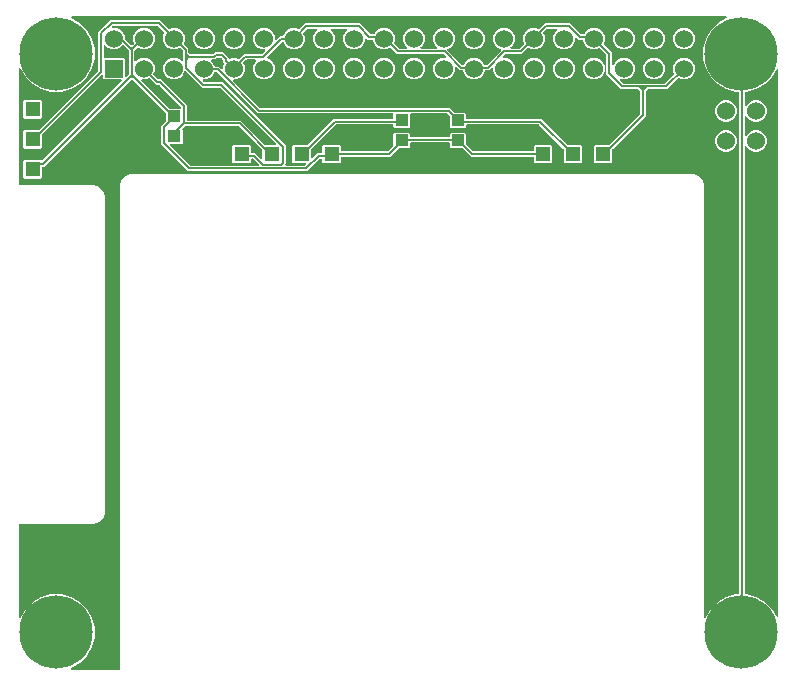
<source format=gbr>
G04 EAGLE Gerber RS-274X export*
G75*
%MOMM*%
%FSLAX34Y34*%
%LPD*%
%INTop Copper*%
%IPPOS*%
%AMOC8*
5,1,8,0,0,1.08239X$1,22.5*%
G01*
G04 Define Apertures*
%ADD10R,1.100000X1.000000*%
%ADD11R,1.270000X1.270000*%
%ADD12C,6.200000*%
%ADD13R,1.524000X1.524000*%
%ADD14C,1.524000*%
%ADD15C,0.152400*%
%ADD16C,0.756400*%
G36*
X96113Y10982D02*
X95816Y10922D01*
X55697Y10922D01*
X55535Y10939D01*
X55258Y11061D01*
X55050Y11282D01*
X54944Y11567D01*
X54958Y11869D01*
X55089Y12143D01*
X55316Y12344D01*
X62470Y16474D01*
X68526Y22530D01*
X72808Y29946D01*
X75024Y38218D01*
X75024Y46782D01*
X72808Y55054D01*
X68526Y62470D01*
X62470Y68526D01*
X55054Y72808D01*
X46782Y75024D01*
X38218Y75024D01*
X29946Y72808D01*
X22530Y68526D01*
X16474Y62470D01*
X12344Y55316D01*
X12248Y55185D01*
X12003Y55005D01*
X11708Y54936D01*
X11409Y54986D01*
X11154Y55150D01*
X10982Y55400D01*
X10922Y55697D01*
X10922Y133316D01*
X10973Y133591D01*
X11137Y133846D01*
X11387Y134018D01*
X11684Y134078D01*
X74673Y134078D01*
X78687Y135741D01*
X81759Y138813D01*
X83422Y142827D01*
X83422Y412173D01*
X81759Y416187D01*
X78687Y419259D01*
X74673Y420922D01*
X11684Y420922D01*
X11409Y420973D01*
X11154Y421137D01*
X10982Y421387D01*
X10922Y421684D01*
X10922Y519303D01*
X10939Y519465D01*
X11061Y519742D01*
X11282Y519950D01*
X11567Y520056D01*
X11869Y520042D01*
X12143Y519911D01*
X12344Y519684D01*
X16474Y512530D01*
X22530Y506474D01*
X29946Y502192D01*
X38218Y499976D01*
X46782Y499976D01*
X55054Y502192D01*
X62470Y506474D01*
X68526Y512530D01*
X72808Y519946D01*
X75024Y528218D01*
X75024Y536782D01*
X72808Y545054D01*
X68526Y552470D01*
X62470Y558526D01*
X55316Y562656D01*
X55185Y562752D01*
X55005Y562997D01*
X54936Y563292D01*
X54986Y563591D01*
X55150Y563846D01*
X55400Y564018D01*
X55697Y564078D01*
X609303Y564078D01*
X609465Y564061D01*
X609742Y563939D01*
X609950Y563718D01*
X610056Y563434D01*
X610042Y563131D01*
X609911Y562857D01*
X609684Y562656D01*
X602530Y558526D01*
X596474Y552470D01*
X592192Y545054D01*
X589976Y536782D01*
X589976Y528218D01*
X592192Y519946D01*
X596474Y512530D01*
X602530Y506474D01*
X609946Y502192D01*
X618218Y499976D01*
X619952Y499976D01*
X620227Y499925D01*
X620482Y499761D01*
X620654Y499511D01*
X620714Y499214D01*
X620714Y75786D01*
X620663Y75511D01*
X620499Y75256D01*
X620249Y75084D01*
X619952Y75024D01*
X618218Y75024D01*
X609946Y72808D01*
X602530Y68526D01*
X596474Y62470D01*
X592344Y55316D01*
X592248Y55185D01*
X592003Y55005D01*
X591708Y54936D01*
X591409Y54986D01*
X591154Y55150D01*
X590982Y55400D01*
X590922Y55697D01*
X590922Y422173D01*
X589259Y426187D01*
X586187Y429259D01*
X582173Y430922D01*
X105327Y430922D01*
X101313Y429259D01*
X98241Y426187D01*
X96578Y422173D01*
X96578Y11684D01*
X96527Y11409D01*
X96363Y11154D01*
X96113Y10982D01*
G37*
%LPC*%
G36*
X15519Y426726D02*
X29481Y426726D01*
X30374Y427619D01*
X30374Y436058D01*
X30425Y436333D01*
X30589Y436588D01*
X30839Y436760D01*
X31136Y436820D01*
X31841Y436820D01*
X105482Y510461D01*
X105723Y510624D01*
X106021Y510684D01*
X106707Y510684D01*
X106993Y510628D01*
X107246Y510461D01*
X135253Y482454D01*
X135416Y482213D01*
X135476Y481915D01*
X135476Y475609D01*
X135420Y475323D01*
X135253Y475070D01*
X131510Y471327D01*
X131510Y455717D01*
X154185Y433042D01*
X255139Y433042D01*
X265584Y443487D01*
X265825Y443650D01*
X266123Y443710D01*
X266964Y443710D01*
X267239Y443659D01*
X267494Y443495D01*
X267666Y443245D01*
X267726Y442948D01*
X267726Y440519D01*
X268619Y439626D01*
X282581Y439626D01*
X283474Y440519D01*
X283474Y444472D01*
X283525Y444747D01*
X283689Y445002D01*
X283939Y445174D01*
X284236Y445234D01*
X325243Y445234D01*
X332262Y452253D01*
X332503Y452416D01*
X332801Y452476D01*
X341131Y452476D01*
X342024Y453369D01*
X342024Y456664D01*
X342075Y456939D01*
X342239Y457194D01*
X342489Y457366D01*
X342786Y457426D01*
X374714Y457426D01*
X374989Y457375D01*
X375244Y457211D01*
X375416Y456961D01*
X375476Y456664D01*
X375476Y453369D01*
X376369Y452476D01*
X385895Y452476D01*
X386181Y452420D01*
X386434Y452253D01*
X393453Y445234D01*
X445964Y445234D01*
X446239Y445183D01*
X446494Y445019D01*
X446666Y444769D01*
X446726Y444472D01*
X446726Y440519D01*
X447619Y439626D01*
X461581Y439626D01*
X462474Y440519D01*
X462474Y454481D01*
X461581Y455374D01*
X447619Y455374D01*
X446726Y454481D01*
X446726Y450568D01*
X446675Y450293D01*
X446511Y450038D01*
X446261Y449866D01*
X445964Y449806D01*
X395663Y449806D01*
X395377Y449862D01*
X395124Y450029D01*
X389747Y455406D01*
X389584Y455647D01*
X389524Y455945D01*
X389524Y464631D01*
X388631Y465524D01*
X376369Y465524D01*
X375476Y464631D01*
X375476Y462760D01*
X375425Y462485D01*
X375261Y462230D01*
X375011Y462058D01*
X374714Y461998D01*
X342786Y461998D01*
X342511Y462049D01*
X342256Y462213D01*
X342084Y462463D01*
X342024Y462760D01*
X342024Y464631D01*
X341131Y465524D01*
X328869Y465524D01*
X327976Y464631D01*
X327976Y454749D01*
X327920Y454463D01*
X327753Y454210D01*
X323572Y450029D01*
X323331Y449866D01*
X323033Y449806D01*
X284236Y449806D01*
X283961Y449857D01*
X283706Y450021D01*
X283534Y450271D01*
X283474Y450568D01*
X283474Y454481D01*
X282581Y455374D01*
X268619Y455374D01*
X267726Y454481D01*
X267726Y449044D01*
X267675Y448769D01*
X267511Y448514D01*
X267261Y448342D01*
X266964Y448282D01*
X263913Y448282D01*
X259375Y443744D01*
X259155Y443591D01*
X258860Y443521D01*
X258561Y443572D01*
X258306Y443735D01*
X258134Y443985D01*
X258074Y444283D01*
X258074Y450901D01*
X258130Y451187D01*
X258297Y451440D01*
X279300Y472443D01*
X279541Y472606D01*
X279839Y472666D01*
X327214Y472666D01*
X327489Y472615D01*
X327744Y472451D01*
X327916Y472201D01*
X327976Y471904D01*
X327976Y470369D01*
X328869Y469476D01*
X341131Y469476D01*
X342024Y470369D01*
X342024Y481048D01*
X342075Y481323D01*
X342239Y481578D01*
X342489Y481750D01*
X342786Y481810D01*
X373325Y481810D01*
X373611Y481754D01*
X373864Y481587D01*
X375253Y480198D01*
X375416Y479957D01*
X375476Y479659D01*
X375476Y470369D01*
X376369Y469476D01*
X388631Y469476D01*
X389524Y470369D01*
X389524Y471904D01*
X389575Y472179D01*
X389739Y472434D01*
X389989Y472606D01*
X390286Y472666D01*
X451049Y472666D01*
X451335Y472610D01*
X451588Y472443D01*
X471903Y452128D01*
X472066Y451887D01*
X472126Y451589D01*
X472126Y440519D01*
X473019Y439626D01*
X486981Y439626D01*
X487874Y440519D01*
X487874Y454481D01*
X486981Y455374D01*
X475439Y455374D01*
X475153Y455430D01*
X474900Y455597D01*
X453259Y477238D01*
X390286Y477238D01*
X390011Y477289D01*
X389756Y477453D01*
X389584Y477703D01*
X389524Y478000D01*
X389524Y481631D01*
X388631Y482524D01*
X379709Y482524D01*
X379423Y482580D01*
X379170Y482747D01*
X375535Y486382D01*
X215748Y486382D01*
X215462Y486438D01*
X215209Y486605D01*
X192459Y509355D01*
X192306Y509575D01*
X192236Y509870D01*
X192287Y510169D01*
X192451Y510424D01*
X192701Y510596D01*
X192998Y510656D01*
X194619Y510656D01*
X197980Y512048D01*
X200552Y514620D01*
X201944Y517981D01*
X201944Y521619D01*
X200811Y524353D01*
X200753Y524633D01*
X200809Y524931D01*
X200977Y525184D01*
X203100Y527307D01*
X203341Y527470D01*
X203639Y527530D01*
X211159Y527530D01*
X211422Y527483D01*
X211680Y527324D01*
X211856Y527076D01*
X211921Y526780D01*
X211865Y526482D01*
X211698Y526229D01*
X210448Y524980D01*
X209056Y521619D01*
X209056Y517981D01*
X210448Y514620D01*
X213020Y512048D01*
X216381Y510656D01*
X220019Y510656D01*
X223380Y512048D01*
X225952Y514620D01*
X227344Y517981D01*
X227344Y521619D01*
X225952Y524980D01*
X223380Y527552D01*
X221043Y528520D01*
X220813Y528668D01*
X220638Y528916D01*
X220573Y529212D01*
X220628Y529510D01*
X220796Y529763D01*
X233580Y542547D01*
X233821Y542710D01*
X234119Y542770D01*
X234200Y542770D01*
X234480Y542717D01*
X234735Y542551D01*
X234904Y542300D01*
X235848Y540020D01*
X238420Y537448D01*
X241781Y536056D01*
X245419Y536056D01*
X248780Y537448D01*
X251352Y540020D01*
X252744Y543381D01*
X252744Y547019D01*
X251760Y549394D01*
X251702Y549674D01*
X251758Y549972D01*
X251925Y550224D01*
X254916Y553215D01*
X255157Y553378D01*
X255455Y553438D01*
X262467Y553438D01*
X262730Y553391D01*
X262988Y553232D01*
X263164Y552984D01*
X263229Y552688D01*
X263173Y552390D01*
X263006Y552137D01*
X261248Y550380D01*
X259856Y547019D01*
X259856Y543381D01*
X261248Y540020D01*
X263820Y537448D01*
X267181Y536056D01*
X270819Y536056D01*
X274180Y537448D01*
X276752Y540020D01*
X278144Y543381D01*
X278144Y547019D01*
X276752Y550380D01*
X274994Y552137D01*
X274841Y552357D01*
X274772Y552652D01*
X274822Y552951D01*
X274986Y553206D01*
X275236Y553378D01*
X275533Y553438D01*
X287867Y553438D01*
X288130Y553391D01*
X288388Y553232D01*
X288564Y552984D01*
X288629Y552688D01*
X288573Y552390D01*
X288406Y552137D01*
X286648Y550380D01*
X285256Y547019D01*
X285256Y543381D01*
X286648Y540020D01*
X289220Y537448D01*
X292581Y536056D01*
X296219Y536056D01*
X299580Y537448D01*
X302152Y540020D01*
X303544Y543381D01*
X303544Y545495D01*
X303591Y545759D01*
X303750Y546017D01*
X303998Y546192D01*
X304294Y546257D01*
X304592Y546202D01*
X304845Y546034D01*
X306585Y544294D01*
X309894Y544294D01*
X310169Y544243D01*
X310424Y544079D01*
X310596Y543829D01*
X310656Y543532D01*
X310656Y543381D01*
X312048Y540020D01*
X314620Y537448D01*
X317981Y536056D01*
X321619Y536056D01*
X324964Y537442D01*
X325244Y537500D01*
X325542Y537444D01*
X325795Y537277D01*
X330969Y532102D01*
X370277Y532102D01*
X370563Y532046D01*
X370816Y531879D01*
X372450Y530245D01*
X372603Y530025D01*
X372673Y529730D01*
X372622Y529431D01*
X372459Y529176D01*
X372209Y529004D01*
X371911Y528944D01*
X368781Y528944D01*
X365420Y527552D01*
X362848Y524980D01*
X361456Y521619D01*
X361456Y517981D01*
X362848Y514620D01*
X365420Y512048D01*
X368781Y510656D01*
X372419Y510656D01*
X375780Y512048D01*
X378352Y514620D01*
X379744Y517981D01*
X379744Y521111D01*
X379791Y521375D01*
X379950Y521633D01*
X380198Y521808D01*
X380494Y521873D01*
X380792Y521818D01*
X381045Y521650D01*
X384309Y518386D01*
X386179Y518386D01*
X386460Y518333D01*
X386714Y518167D01*
X386883Y517916D01*
X388248Y514620D01*
X390820Y512048D01*
X394181Y510656D01*
X397819Y510656D01*
X401180Y512048D01*
X403752Y514620D01*
X405117Y517916D01*
X405274Y518154D01*
X405524Y518326D01*
X405821Y518386D01*
X409063Y518386D01*
X410955Y520278D01*
X411175Y520431D01*
X411470Y520501D01*
X411769Y520450D01*
X412024Y520287D01*
X412196Y520037D01*
X412256Y519739D01*
X412256Y517981D01*
X413648Y514620D01*
X416220Y512048D01*
X419581Y510656D01*
X423219Y510656D01*
X426580Y512048D01*
X429152Y514620D01*
X430544Y517981D01*
X430544Y521619D01*
X429152Y524980D01*
X426580Y527552D01*
X423219Y528944D01*
X421461Y528944D01*
X421197Y528991D01*
X420939Y529150D01*
X420764Y529398D01*
X420699Y529694D01*
X420754Y529992D01*
X420922Y530245D01*
X422556Y531879D01*
X422797Y532042D01*
X423095Y532102D01*
X436495Y532102D01*
X441416Y537023D01*
X441652Y537184D01*
X441949Y537247D01*
X442247Y537189D01*
X444981Y536056D01*
X448619Y536056D01*
X451980Y537448D01*
X454552Y540020D01*
X455944Y543381D01*
X455944Y547019D01*
X454811Y549753D01*
X454753Y550033D01*
X454809Y550331D01*
X454977Y550584D01*
X457608Y553215D01*
X457849Y553378D01*
X458147Y553438D01*
X465667Y553438D01*
X465930Y553391D01*
X466188Y553232D01*
X466364Y552984D01*
X466429Y552688D01*
X466373Y552390D01*
X466206Y552137D01*
X464448Y550380D01*
X463056Y547019D01*
X463056Y543381D01*
X464448Y540020D01*
X467020Y537448D01*
X470381Y536056D01*
X474019Y536056D01*
X477380Y537448D01*
X479952Y540020D01*
X481344Y543381D01*
X481344Y546003D01*
X481391Y546267D01*
X481550Y546525D01*
X481798Y546700D01*
X482094Y546765D01*
X482392Y546710D01*
X482645Y546542D01*
X484893Y544294D01*
X487694Y544294D01*
X487969Y544243D01*
X488224Y544079D01*
X488396Y543829D01*
X488456Y543532D01*
X488456Y543381D01*
X489848Y540020D01*
X492420Y537448D01*
X495781Y536056D01*
X499419Y536056D01*
X502046Y537144D01*
X502325Y537202D01*
X502623Y537146D01*
X502876Y536979D01*
X508085Y531770D01*
X508248Y531529D01*
X508308Y531231D01*
X508308Y514750D01*
X520450Y502608D01*
X534797Y502608D01*
X535083Y502552D01*
X535336Y502385D01*
X536771Y500950D01*
X536934Y500709D01*
X536994Y500411D01*
X536994Y481983D01*
X536938Y481697D01*
X536771Y481444D01*
X510924Y455597D01*
X510683Y455434D01*
X510385Y455374D01*
X498419Y455374D01*
X497526Y454481D01*
X497526Y440519D01*
X498419Y439626D01*
X512381Y439626D01*
X513274Y440519D01*
X513274Y451165D01*
X513330Y451451D01*
X513497Y451704D01*
X541566Y479773D01*
X541566Y500411D01*
X541622Y500697D01*
X541789Y500950D01*
X543224Y502385D01*
X543465Y502548D01*
X543763Y502608D01*
X559841Y502608D01*
X568727Y511495D01*
X568964Y511655D01*
X569260Y511718D01*
X569558Y511660D01*
X571981Y510656D01*
X575619Y510656D01*
X578980Y512048D01*
X581552Y514620D01*
X582944Y517981D01*
X582944Y521619D01*
X581552Y524980D01*
X578980Y527552D01*
X575619Y528944D01*
X571981Y528944D01*
X568620Y527552D01*
X566048Y524980D01*
X564656Y521619D01*
X564656Y517981D01*
X565660Y515558D01*
X565718Y515278D01*
X565662Y514980D01*
X565495Y514727D01*
X558170Y507403D01*
X557929Y507240D01*
X557631Y507180D01*
X522659Y507180D01*
X522373Y507236D01*
X522120Y507403D01*
X519941Y509583D01*
X519790Y509797D01*
X519718Y510092D01*
X519766Y510391D01*
X519928Y510648D01*
X520177Y510821D01*
X520473Y510884D01*
X520771Y510826D01*
X521181Y510656D01*
X524819Y510656D01*
X528180Y512048D01*
X530752Y514620D01*
X532144Y517981D01*
X532144Y521619D01*
X530752Y524980D01*
X528180Y527552D01*
X524819Y528944D01*
X521181Y528944D01*
X517820Y527552D01*
X515248Y524980D01*
X514346Y522802D01*
X514206Y522581D01*
X513961Y522402D01*
X513666Y522332D01*
X513367Y522383D01*
X513112Y522546D01*
X512940Y522796D01*
X512880Y523093D01*
X512880Y533441D01*
X505990Y540331D01*
X505829Y540567D01*
X505767Y540864D01*
X505825Y541162D01*
X506744Y543381D01*
X506744Y547019D01*
X505352Y550380D01*
X502780Y552952D01*
X499419Y554344D01*
X495781Y554344D01*
X492420Y552952D01*
X489848Y550380D01*
X489416Y549336D01*
X489259Y549098D01*
X489009Y548926D01*
X488712Y548866D01*
X487103Y548866D01*
X486817Y548922D01*
X486564Y549089D01*
X477643Y558010D01*
X455937Y558010D01*
X451561Y553634D01*
X451325Y553474D01*
X451029Y553411D01*
X450731Y553469D01*
X448619Y554344D01*
X444981Y554344D01*
X441620Y552952D01*
X439048Y550380D01*
X437656Y547019D01*
X437656Y543381D01*
X438531Y541269D01*
X438589Y540990D01*
X438533Y540691D01*
X438366Y540439D01*
X434824Y536897D01*
X434583Y536734D01*
X434285Y536674D01*
X427645Y536674D01*
X427382Y536721D01*
X427124Y536880D01*
X426948Y537128D01*
X426883Y537424D01*
X426939Y537722D01*
X427106Y537975D01*
X429152Y540020D01*
X430544Y543381D01*
X430544Y547019D01*
X429152Y550380D01*
X426580Y552952D01*
X423219Y554344D01*
X419581Y554344D01*
X416220Y552952D01*
X413648Y550380D01*
X412256Y547019D01*
X412256Y543381D01*
X413648Y540020D01*
X416220Y537448D01*
X419013Y536292D01*
X419242Y536143D01*
X419418Y535896D01*
X419483Y535600D01*
X419427Y535302D01*
X419260Y535049D01*
X407392Y523181D01*
X407151Y523018D01*
X406853Y522958D01*
X405098Y522958D01*
X404818Y523011D01*
X404564Y523177D01*
X404394Y523428D01*
X403752Y524980D01*
X401180Y527552D01*
X397819Y528944D01*
X394181Y528944D01*
X390820Y527552D01*
X388248Y524980D01*
X387606Y523428D01*
X387449Y523190D01*
X387199Y523018D01*
X386902Y522958D01*
X386519Y522958D01*
X386233Y523014D01*
X385980Y523181D01*
X373710Y535451D01*
X373555Y535675D01*
X373487Y535971D01*
X373541Y536270D01*
X373706Y536524D01*
X373958Y536693D01*
X375780Y537448D01*
X378352Y540020D01*
X379744Y543381D01*
X379744Y547019D01*
X378352Y550380D01*
X375780Y552952D01*
X372419Y554344D01*
X368781Y554344D01*
X365420Y552952D01*
X362848Y550380D01*
X361456Y547019D01*
X361456Y543381D01*
X362848Y540020D01*
X364894Y537975D01*
X365047Y537755D01*
X365116Y537460D01*
X365066Y537161D01*
X364902Y536906D01*
X364652Y536734D01*
X364355Y536674D01*
X351445Y536674D01*
X351182Y536721D01*
X350924Y536880D01*
X350748Y537128D01*
X350683Y537424D01*
X350739Y537722D01*
X350906Y537975D01*
X352952Y540020D01*
X354344Y543381D01*
X354344Y547019D01*
X352952Y550380D01*
X350380Y552952D01*
X347019Y554344D01*
X343381Y554344D01*
X340020Y552952D01*
X337448Y550380D01*
X336056Y547019D01*
X336056Y543381D01*
X337448Y540020D01*
X339494Y537975D01*
X339647Y537755D01*
X339716Y537460D01*
X339666Y537161D01*
X339502Y536906D01*
X339252Y536734D01*
X338955Y536674D01*
X333179Y536674D01*
X332893Y536730D01*
X332640Y536897D01*
X328487Y541050D01*
X328327Y541286D01*
X328264Y541582D01*
X328322Y541880D01*
X328944Y543381D01*
X328944Y547019D01*
X327552Y550380D01*
X324980Y552952D01*
X321619Y554344D01*
X317981Y554344D01*
X314620Y552952D01*
X312048Y550380D01*
X311616Y549336D01*
X311459Y549098D01*
X311209Y548926D01*
X310912Y548866D01*
X308795Y548866D01*
X308509Y548922D01*
X308256Y549089D01*
X299335Y558010D01*
X253245Y558010D01*
X248721Y553486D01*
X248485Y553325D01*
X248188Y553262D01*
X247890Y553320D01*
X245419Y554344D01*
X241781Y554344D01*
X238420Y552952D01*
X235848Y550380D01*
X234785Y547812D01*
X234628Y547574D01*
X234378Y547402D01*
X234081Y547342D01*
X231909Y547342D01*
X228645Y544078D01*
X228425Y543925D01*
X228130Y543855D01*
X227831Y543906D01*
X227576Y544069D01*
X227404Y544319D01*
X227344Y544617D01*
X227344Y547019D01*
X225952Y550380D01*
X223380Y552952D01*
X220019Y554344D01*
X216381Y554344D01*
X213020Y552952D01*
X210448Y550380D01*
X209056Y547019D01*
X209056Y543381D01*
X210448Y540020D01*
X213020Y537448D01*
X216381Y536056D01*
X218783Y536056D01*
X219047Y536009D01*
X219305Y535850D01*
X219480Y535602D01*
X219545Y535306D01*
X219490Y535008D01*
X219322Y534755D01*
X216892Y532325D01*
X216651Y532162D01*
X216353Y532102D01*
X201429Y532102D01*
X197561Y528234D01*
X197325Y528074D01*
X197029Y528011D01*
X196731Y528069D01*
X194619Y528944D01*
X190981Y528944D01*
X189508Y528334D01*
X189240Y528276D01*
X188941Y528327D01*
X188686Y528490D01*
X188514Y528740D01*
X188504Y528790D01*
X183560Y533734D01*
X176640Y533734D01*
X175231Y532325D01*
X174989Y532162D01*
X174692Y532102D01*
X156031Y532102D01*
X155745Y532158D01*
X155492Y532325D01*
X154593Y533224D01*
X154430Y533465D01*
X154370Y533763D01*
X154370Y536859D01*
X150539Y540690D01*
X150378Y540926D01*
X150315Y541223D01*
X150373Y541521D01*
X151144Y543381D01*
X151144Y547019D01*
X149752Y550380D01*
X147180Y552952D01*
X143819Y554344D01*
X140181Y554344D01*
X138321Y553573D01*
X138041Y553516D01*
X137743Y553571D01*
X137490Y553739D01*
X130375Y560854D01*
X88449Y560854D01*
X78170Y550575D01*
X78170Y518459D01*
X78114Y518173D01*
X77947Y517920D01*
X28124Y468097D01*
X27883Y467934D01*
X27585Y467874D01*
X15519Y467874D01*
X14626Y466981D01*
X14626Y453019D01*
X15519Y452126D01*
X29481Y452126D01*
X30374Y453019D01*
X30374Y463565D01*
X30430Y463851D01*
X30597Y464104D01*
X80755Y514262D01*
X80975Y514415D01*
X81270Y514485D01*
X81569Y514434D01*
X81824Y514271D01*
X81996Y514021D01*
X82056Y513723D01*
X82056Y511549D01*
X82949Y510656D01*
X97371Y510656D01*
X97635Y510609D01*
X97893Y510450D01*
X98068Y510202D01*
X98133Y509906D01*
X98078Y509608D01*
X97910Y509355D01*
X30794Y442239D01*
X30564Y442081D01*
X30267Y442016D01*
X29969Y442071D01*
X29716Y442239D01*
X29481Y442474D01*
X15519Y442474D01*
X14626Y441581D01*
X14626Y427619D01*
X15519Y426726D01*
G37*
G36*
X546581Y536056D02*
X550219Y536056D01*
X553580Y537448D01*
X556152Y540020D01*
X557544Y543381D01*
X557544Y547019D01*
X556152Y550380D01*
X553580Y552952D01*
X550219Y554344D01*
X546581Y554344D01*
X543220Y552952D01*
X540648Y550380D01*
X539256Y547019D01*
X539256Y543381D01*
X540648Y540020D01*
X543220Y537448D01*
X546581Y536056D01*
G37*
G36*
X521181Y536056D02*
X524819Y536056D01*
X528180Y537448D01*
X530752Y540020D01*
X532144Y543381D01*
X532144Y547019D01*
X530752Y550380D01*
X528180Y552952D01*
X524819Y554344D01*
X521181Y554344D01*
X517820Y552952D01*
X515248Y550380D01*
X513856Y547019D01*
X513856Y543381D01*
X515248Y540020D01*
X517820Y537448D01*
X521181Y536056D01*
G37*
G36*
X571981Y536056D02*
X575619Y536056D01*
X578980Y537448D01*
X581552Y540020D01*
X582944Y543381D01*
X582944Y547019D01*
X581552Y550380D01*
X578980Y552952D01*
X575619Y554344D01*
X571981Y554344D01*
X568620Y552952D01*
X566048Y550380D01*
X564656Y547019D01*
X564656Y543381D01*
X566048Y540020D01*
X568620Y537448D01*
X571981Y536056D01*
G37*
G36*
X394181Y536056D02*
X397819Y536056D01*
X401180Y537448D01*
X403752Y540020D01*
X405144Y543381D01*
X405144Y547019D01*
X403752Y550380D01*
X401180Y552952D01*
X397819Y554344D01*
X394181Y554344D01*
X390820Y552952D01*
X388248Y550380D01*
X386856Y547019D01*
X386856Y543381D01*
X388248Y540020D01*
X390820Y537448D01*
X394181Y536056D01*
G37*
G36*
X190981Y536056D02*
X194619Y536056D01*
X197980Y537448D01*
X200552Y540020D01*
X201944Y543381D01*
X201944Y547019D01*
X200552Y550380D01*
X197980Y552952D01*
X194619Y554344D01*
X190981Y554344D01*
X187620Y552952D01*
X185048Y550380D01*
X183656Y547019D01*
X183656Y543381D01*
X185048Y540020D01*
X187620Y537448D01*
X190981Y536056D01*
G37*
G36*
X165581Y536056D02*
X169219Y536056D01*
X172580Y537448D01*
X175152Y540020D01*
X176544Y543381D01*
X176544Y547019D01*
X175152Y550380D01*
X172580Y552952D01*
X169219Y554344D01*
X165581Y554344D01*
X162220Y552952D01*
X159648Y550380D01*
X158256Y547019D01*
X158256Y543381D01*
X159648Y540020D01*
X162220Y537448D01*
X165581Y536056D01*
G37*
G36*
X546581Y510656D02*
X550219Y510656D01*
X553580Y512048D01*
X556152Y514620D01*
X557544Y517981D01*
X557544Y521619D01*
X556152Y524980D01*
X553580Y527552D01*
X550219Y528944D01*
X546581Y528944D01*
X543220Y527552D01*
X540648Y524980D01*
X539256Y521619D01*
X539256Y517981D01*
X540648Y514620D01*
X543220Y512048D01*
X546581Y510656D01*
G37*
G36*
X267181Y510656D02*
X270819Y510656D01*
X274180Y512048D01*
X276752Y514620D01*
X278144Y517981D01*
X278144Y521619D01*
X276752Y524980D01*
X274180Y527552D01*
X270819Y528944D01*
X267181Y528944D01*
X263820Y527552D01*
X261248Y524980D01*
X259856Y521619D01*
X259856Y517981D01*
X261248Y514620D01*
X263820Y512048D01*
X267181Y510656D01*
G37*
G36*
X444981Y510656D02*
X448619Y510656D01*
X451980Y512048D01*
X454552Y514620D01*
X455944Y517981D01*
X455944Y521619D01*
X454552Y524980D01*
X451980Y527552D01*
X448619Y528944D01*
X444981Y528944D01*
X441620Y527552D01*
X439048Y524980D01*
X437656Y521619D01*
X437656Y517981D01*
X439048Y514620D01*
X441620Y512048D01*
X444981Y510656D01*
G37*
G36*
X343381Y510656D02*
X347019Y510656D01*
X350380Y512048D01*
X352952Y514620D01*
X354344Y517981D01*
X354344Y521619D01*
X352952Y524980D01*
X350380Y527552D01*
X347019Y528944D01*
X343381Y528944D01*
X340020Y527552D01*
X337448Y524980D01*
X336056Y521619D01*
X336056Y517981D01*
X337448Y514620D01*
X340020Y512048D01*
X343381Y510656D01*
G37*
G36*
X470381Y510656D02*
X474019Y510656D01*
X477380Y512048D01*
X479952Y514620D01*
X481344Y517981D01*
X481344Y521619D01*
X479952Y524980D01*
X477380Y527552D01*
X474019Y528944D01*
X470381Y528944D01*
X467020Y527552D01*
X464448Y524980D01*
X463056Y521619D01*
X463056Y517981D01*
X464448Y514620D01*
X467020Y512048D01*
X470381Y510656D01*
G37*
G36*
X241781Y510656D02*
X245419Y510656D01*
X248780Y512048D01*
X251352Y514620D01*
X252744Y517981D01*
X252744Y521619D01*
X251352Y524980D01*
X248780Y527552D01*
X245419Y528944D01*
X241781Y528944D01*
X238420Y527552D01*
X235848Y524980D01*
X234456Y521619D01*
X234456Y517981D01*
X235848Y514620D01*
X238420Y512048D01*
X241781Y510656D01*
G37*
G36*
X292581Y510656D02*
X296219Y510656D01*
X299580Y512048D01*
X302152Y514620D01*
X303544Y517981D01*
X303544Y521619D01*
X302152Y524980D01*
X299580Y527552D01*
X296219Y528944D01*
X292581Y528944D01*
X289220Y527552D01*
X286648Y524980D01*
X285256Y521619D01*
X285256Y517981D01*
X286648Y514620D01*
X289220Y512048D01*
X292581Y510656D01*
G37*
G36*
X495781Y510656D02*
X499419Y510656D01*
X502780Y512048D01*
X505352Y514620D01*
X506744Y517981D01*
X506744Y521619D01*
X505352Y524980D01*
X502780Y527552D01*
X499419Y528944D01*
X495781Y528944D01*
X492420Y527552D01*
X489848Y524980D01*
X488456Y521619D01*
X488456Y517981D01*
X489848Y514620D01*
X492420Y512048D01*
X495781Y510656D01*
G37*
G36*
X317981Y510656D02*
X321619Y510656D01*
X324980Y512048D01*
X327552Y514620D01*
X328944Y517981D01*
X328944Y521619D01*
X327552Y524980D01*
X324980Y527552D01*
X321619Y528944D01*
X317981Y528944D01*
X314620Y527552D01*
X312048Y524980D01*
X310656Y521619D01*
X310656Y517981D01*
X312048Y514620D01*
X314620Y512048D01*
X317981Y510656D01*
G37*
G36*
X15519Y477526D02*
X29481Y477526D01*
X30374Y478419D01*
X30374Y492381D01*
X29481Y493274D01*
X15519Y493274D01*
X14626Y492381D01*
X14626Y478419D01*
X15519Y477526D01*
G37*
G36*
X607581Y474826D02*
X611219Y474826D01*
X614580Y476218D01*
X617152Y478790D01*
X618544Y482151D01*
X618544Y485789D01*
X617152Y489150D01*
X614580Y491722D01*
X611219Y493114D01*
X607581Y493114D01*
X604220Y491722D01*
X601648Y489150D01*
X600256Y485789D01*
X600256Y482151D01*
X601648Y478790D01*
X604220Y476218D01*
X607581Y474826D01*
G37*
G36*
X607581Y449426D02*
X611219Y449426D01*
X614580Y450818D01*
X617152Y453390D01*
X618544Y456751D01*
X618544Y460389D01*
X617152Y463750D01*
X614580Y466322D01*
X611219Y467714D01*
X607581Y467714D01*
X604220Y466322D01*
X601648Y463750D01*
X600256Y460389D01*
X600256Y456751D01*
X601648Y453390D01*
X604220Y450818D01*
X607581Y449426D01*
G37*
%LPD*%
G36*
X228084Y455434D02*
X227786Y455374D01*
X219287Y455374D01*
X219001Y455430D01*
X218748Y455597D01*
X198631Y475714D01*
X153608Y475714D01*
X153333Y475765D01*
X153078Y475929D01*
X152906Y476179D01*
X152846Y476476D01*
X152846Y488968D01*
X130960Y510854D01*
X129095Y510854D01*
X128809Y510910D01*
X128556Y511077D01*
X124905Y514727D01*
X124745Y514964D01*
X124682Y515260D01*
X124740Y515558D01*
X125744Y517981D01*
X125744Y521619D01*
X124352Y524980D01*
X121780Y527552D01*
X118419Y528944D01*
X114781Y528944D01*
X111420Y527552D01*
X109951Y526082D01*
X109731Y525929D01*
X109436Y525860D01*
X109137Y525910D01*
X108882Y526074D01*
X108710Y526324D01*
X108650Y526621D01*
X108650Y534649D01*
X108706Y534935D01*
X108873Y535188D01*
X110857Y537172D01*
X111093Y537333D01*
X111390Y537395D01*
X111688Y537337D01*
X114781Y536056D01*
X118419Y536056D01*
X121780Y537448D01*
X124352Y540020D01*
X125744Y543381D01*
X125744Y547019D01*
X124352Y550380D01*
X121780Y552952D01*
X118419Y554344D01*
X114781Y554344D01*
X111420Y552952D01*
X108848Y550380D01*
X107456Y547019D01*
X107456Y543381D01*
X108182Y541628D01*
X108240Y541349D01*
X108184Y541051D01*
X108017Y540798D01*
X107116Y539897D01*
X106875Y539734D01*
X106577Y539674D01*
X106151Y539674D01*
X105865Y539730D01*
X105612Y539897D01*
X100567Y544942D01*
X100404Y545183D01*
X100344Y545481D01*
X100344Y547019D01*
X98952Y550380D01*
X96380Y552952D01*
X93019Y554344D01*
X90245Y554344D01*
X89981Y554391D01*
X89723Y554550D01*
X89548Y554798D01*
X89483Y555094D01*
X89538Y555392D01*
X89706Y555645D01*
X90120Y556059D01*
X90361Y556222D01*
X90659Y556282D01*
X128165Y556282D01*
X128451Y556226D01*
X128704Y556059D01*
X133928Y550835D01*
X134088Y550599D01*
X134151Y550303D01*
X134093Y550005D01*
X132856Y547019D01*
X132856Y543381D01*
X134248Y540020D01*
X136820Y537448D01*
X140181Y536056D01*
X143819Y536056D01*
X146805Y537293D01*
X147084Y537351D01*
X147383Y537295D01*
X147635Y537128D01*
X149575Y535188D01*
X149738Y534947D01*
X149798Y534649D01*
X149798Y526773D01*
X149751Y526510D01*
X149592Y526252D01*
X149344Y526076D01*
X149048Y526011D01*
X148750Y526067D01*
X148497Y526234D01*
X147180Y527552D01*
X143819Y528944D01*
X140181Y528944D01*
X136820Y527552D01*
X134248Y524980D01*
X132856Y521619D01*
X132856Y517981D01*
X134248Y514620D01*
X136820Y512048D01*
X140181Y510656D01*
X143819Y510656D01*
X147180Y512048D01*
X149752Y514620D01*
X150824Y517209D01*
X150972Y517439D01*
X151220Y517614D01*
X151516Y517679D01*
X151814Y517624D01*
X152067Y517456D01*
X165817Y503706D01*
X180978Y503706D01*
X181264Y503650D01*
X181517Y503483D01*
X228325Y456675D01*
X228478Y456455D01*
X228548Y456160D01*
X228497Y455861D01*
X228334Y455606D01*
X228084Y455434D01*
G37*
G36*
X101425Y512937D02*
X101130Y512867D01*
X100831Y512918D01*
X100576Y513081D01*
X100404Y513331D01*
X100344Y513629D01*
X100344Y528051D01*
X99451Y528944D01*
X83504Y528944D01*
X83229Y528995D01*
X82974Y529159D01*
X82802Y529409D01*
X82742Y529706D01*
X82742Y538887D01*
X82789Y539150D01*
X82948Y539408D01*
X83196Y539584D01*
X83492Y539649D01*
X83790Y539593D01*
X84043Y539426D01*
X86020Y537448D01*
X89381Y536056D01*
X93019Y536056D01*
X96380Y537448D01*
X98449Y539517D01*
X98679Y539675D01*
X98975Y539740D01*
X99273Y539684D01*
X99526Y539517D01*
X103855Y535188D01*
X104018Y534947D01*
X104078Y534649D01*
X104078Y515839D01*
X104022Y515553D01*
X103855Y515300D01*
X101645Y513090D01*
X101425Y512937D01*
G37*
G36*
X183202Y519301D02*
X182906Y519236D01*
X182608Y519292D01*
X182355Y519459D01*
X180380Y521434D01*
X177130Y521434D01*
X176849Y521487D01*
X176595Y521653D01*
X176426Y521904D01*
X175152Y524980D01*
X173902Y526229D01*
X173749Y526449D01*
X173680Y526744D01*
X173730Y527043D01*
X173894Y527298D01*
X174144Y527470D01*
X174441Y527530D01*
X176901Y527530D01*
X178310Y528939D01*
X178552Y529102D01*
X178849Y529162D01*
X181351Y529162D01*
X181637Y529107D01*
X181890Y528939D01*
X183659Y527170D01*
X183822Y526928D01*
X183882Y526631D01*
X183882Y525485D01*
X184495Y524873D01*
X184655Y524637D01*
X184718Y524340D01*
X184660Y524042D01*
X183656Y521619D01*
X183656Y519998D01*
X183609Y519735D01*
X183450Y519477D01*
X183202Y519301D01*
G37*
G36*
X253227Y437674D02*
X252929Y437614D01*
X237167Y437614D01*
X236903Y437661D01*
X236645Y437820D01*
X236470Y438068D01*
X236405Y438364D01*
X236460Y438662D01*
X236628Y438915D01*
X236666Y438953D01*
X236666Y454800D01*
X183188Y508278D01*
X168027Y508278D01*
X167741Y508334D01*
X167488Y508501D01*
X166634Y509355D01*
X166481Y509575D01*
X166411Y509870D01*
X166462Y510169D01*
X166625Y510424D01*
X166875Y510596D01*
X167173Y510656D01*
X169219Y510656D01*
X172580Y512048D01*
X175152Y514620D01*
X175886Y516392D01*
X176042Y516630D01*
X176292Y516802D01*
X176590Y516862D01*
X178171Y516862D01*
X178457Y516806D01*
X178710Y516639D01*
X213539Y481810D01*
X327214Y481810D01*
X327489Y481759D01*
X327744Y481595D01*
X327916Y481345D01*
X327976Y481048D01*
X327976Y478000D01*
X327925Y477725D01*
X327761Y477470D01*
X327511Y477298D01*
X327214Y477238D01*
X277629Y477238D01*
X255988Y455597D01*
X255747Y455434D01*
X255449Y455374D01*
X243219Y455374D01*
X242326Y454481D01*
X242326Y440519D01*
X243219Y439626D01*
X253417Y439626D01*
X253681Y439579D01*
X253939Y439420D01*
X254114Y439172D01*
X254179Y438876D01*
X254124Y438578D01*
X253956Y438325D01*
X253468Y437837D01*
X253227Y437674D01*
G37*
G36*
X147809Y485958D02*
X147512Y485898D01*
X138591Y485898D01*
X138305Y485954D01*
X138052Y486121D01*
X114818Y509355D01*
X114665Y509575D01*
X114595Y509870D01*
X114646Y510169D01*
X114809Y510424D01*
X115059Y510596D01*
X115357Y510656D01*
X118419Y510656D01*
X120842Y511660D01*
X121122Y511718D01*
X121420Y511662D01*
X121673Y511495D01*
X126885Y506282D01*
X128751Y506282D01*
X129037Y506226D01*
X129290Y506059D01*
X148051Y487298D01*
X148214Y487056D01*
X148274Y486759D01*
X148274Y486660D01*
X148223Y486385D01*
X148059Y486130D01*
X147809Y485958D01*
G37*
G36*
X213603Y437674D02*
X213305Y437614D01*
X156395Y437614D01*
X156109Y437670D01*
X155856Y437837D01*
X139144Y454549D01*
X138991Y454769D01*
X138921Y455064D01*
X138972Y455363D01*
X139135Y455618D01*
X139385Y455790D01*
X139683Y455850D01*
X148631Y455850D01*
X149524Y456743D01*
X149524Y468005D01*
X149486Y468043D01*
X149328Y468274D01*
X149263Y468570D01*
X149318Y468868D01*
X149486Y469121D01*
X151284Y470919D01*
X151525Y471082D01*
X151823Y471142D01*
X196421Y471142D01*
X196707Y471086D01*
X196960Y470919D01*
X216703Y451176D01*
X216866Y450935D01*
X216926Y450637D01*
X216926Y444139D01*
X216879Y443875D01*
X216720Y443617D01*
X216472Y443442D01*
X216176Y443377D01*
X215878Y443432D01*
X215625Y443600D01*
X210943Y448282D01*
X208036Y448282D01*
X207761Y448333D01*
X207506Y448497D01*
X207334Y448747D01*
X207274Y449044D01*
X207274Y454481D01*
X206381Y455374D01*
X192419Y455374D01*
X191526Y454481D01*
X191526Y440519D01*
X192419Y439626D01*
X206381Y439626D01*
X207274Y440519D01*
X207274Y442948D01*
X207325Y443223D01*
X207489Y443478D01*
X207739Y443650D01*
X208036Y443710D01*
X208733Y443710D01*
X209019Y443654D01*
X209272Y443487D01*
X213844Y438915D01*
X213997Y438695D01*
X214067Y438400D01*
X214016Y438101D01*
X213853Y437846D01*
X213603Y437674D01*
G37*
G36*
X653405Y55591D02*
X653121Y55486D01*
X652818Y55499D01*
X652544Y55630D01*
X652344Y55857D01*
X648526Y62470D01*
X642470Y68526D01*
X635054Y72808D01*
X626782Y75024D01*
X626048Y75024D01*
X625773Y75075D01*
X625518Y75239D01*
X625346Y75489D01*
X625286Y75786D01*
X625286Y453814D01*
X625331Y454071D01*
X625488Y454331D01*
X625734Y454508D01*
X626030Y454575D01*
X626328Y454522D01*
X626583Y454357D01*
X626752Y454105D01*
X627048Y453390D01*
X629620Y450818D01*
X632981Y449426D01*
X636619Y449426D01*
X639980Y450818D01*
X642552Y453390D01*
X643944Y456751D01*
X643944Y460389D01*
X642552Y463750D01*
X639980Y466322D01*
X636619Y467714D01*
X632981Y467714D01*
X629620Y466322D01*
X627048Y463750D01*
X626752Y463035D01*
X626612Y462814D01*
X626367Y462635D01*
X626072Y462565D01*
X625773Y462616D01*
X625518Y462779D01*
X625346Y463029D01*
X625286Y463326D01*
X625286Y479214D01*
X625331Y479471D01*
X625488Y479731D01*
X625734Y479908D01*
X626030Y479975D01*
X626328Y479922D01*
X626583Y479757D01*
X626752Y479505D01*
X627048Y478790D01*
X629620Y476218D01*
X632981Y474826D01*
X636619Y474826D01*
X639980Y476218D01*
X642552Y478790D01*
X643944Y482151D01*
X643944Y485789D01*
X642552Y489150D01*
X639980Y491722D01*
X636619Y493114D01*
X632981Y493114D01*
X629620Y491722D01*
X627048Y489150D01*
X626752Y488435D01*
X626612Y488214D01*
X626367Y488035D01*
X626072Y487965D01*
X625773Y488016D01*
X625518Y488179D01*
X625346Y488429D01*
X625286Y488726D01*
X625286Y499214D01*
X625337Y499489D01*
X625501Y499744D01*
X625751Y499916D01*
X626048Y499976D01*
X626782Y499976D01*
X635054Y502192D01*
X642470Y506474D01*
X648526Y512530D01*
X652344Y519143D01*
X652440Y519274D01*
X652684Y519453D01*
X652979Y519523D01*
X653278Y519472D01*
X653534Y519309D01*
X653705Y519059D01*
X653766Y518762D01*
X653766Y56238D01*
X653748Y56077D01*
X653626Y55799D01*
X653405Y55591D01*
G37*
D10*
X382500Y459000D03*
X382500Y476000D03*
X142500Y462374D03*
X142500Y479374D03*
X335000Y476000D03*
X335000Y459000D03*
D11*
X199400Y447500D03*
X224800Y447500D03*
X250200Y447500D03*
X275600Y447500D03*
X454600Y447500D03*
X480000Y447500D03*
X505400Y447500D03*
D12*
X42500Y42500D03*
X622500Y42500D03*
X622500Y532500D03*
X42500Y532500D03*
D13*
X91200Y519800D03*
D14*
X116600Y519800D03*
X142000Y519800D03*
X167400Y519800D03*
X192800Y519800D03*
X218200Y519800D03*
X91200Y545200D03*
X116600Y545200D03*
X142000Y545200D03*
X167400Y545200D03*
X192800Y545200D03*
X218200Y545200D03*
X243600Y519800D03*
X243600Y545200D03*
X269000Y519800D03*
X294400Y519800D03*
X319800Y519800D03*
X345200Y519800D03*
X370600Y519800D03*
X396000Y519800D03*
X269000Y545200D03*
X294400Y545200D03*
X319800Y545200D03*
X345200Y545200D03*
X370600Y545200D03*
X396000Y545200D03*
X421400Y519800D03*
X421400Y545200D03*
X446800Y519800D03*
X472200Y519800D03*
X497600Y519800D03*
X523000Y519800D03*
X548400Y519800D03*
X573800Y519800D03*
X446800Y545200D03*
X472200Y545200D03*
X497600Y545200D03*
X523000Y545200D03*
X548400Y545200D03*
X573800Y545200D03*
X609400Y458570D03*
X634800Y458570D03*
X609400Y483970D03*
X634800Y483970D03*
D11*
X22500Y485400D03*
X22500Y460000D03*
X22500Y434600D03*
D15*
X506060Y447500D02*
X539280Y480720D01*
X506060Y447500D02*
X505400Y447500D01*
X408116Y520672D02*
X397448Y520672D01*
X408116Y520672D02*
X421832Y534388D01*
X435548Y534388D01*
X446216Y545056D01*
X397448Y520672D02*
X396000Y519800D01*
X446216Y545056D02*
X446800Y545200D01*
X485840Y546580D02*
X496508Y546580D01*
X485840Y546580D02*
X476696Y555724D01*
X456884Y555724D01*
X447740Y546580D01*
X496508Y546580D02*
X497600Y545200D01*
X447740Y546580D02*
X446800Y545200D01*
X497600Y545200D02*
X498032Y545056D01*
X80456Y517196D02*
X23260Y460000D01*
X22500Y460000D01*
X80456Y517196D02*
X80456Y549628D01*
X141416Y546580D02*
X142000Y545200D01*
X200852Y445996D02*
X209996Y445996D01*
X217616Y438376D01*
X232856Y438376D01*
X234380Y439900D01*
X152084Y532500D02*
X152084Y535912D01*
X152084Y532500D02*
X152084Y529816D01*
X152084Y527500D01*
X152084Y520672D01*
X152084Y535912D02*
X142940Y545056D01*
X199400Y447500D02*
X200852Y445996D01*
X142940Y545056D02*
X142000Y545200D01*
X232856Y545056D02*
X243524Y545056D01*
X232856Y545056D02*
X217616Y529816D01*
X202376Y529816D01*
X193232Y520672D01*
X243524Y545056D02*
X243600Y545200D01*
X193232Y520672D02*
X192800Y519800D01*
X307532Y546580D02*
X319724Y546580D01*
X307532Y546580D02*
X298388Y555724D01*
X254192Y555724D01*
X245048Y546580D01*
X319724Y546580D02*
X319800Y545200D01*
X245048Y546580D02*
X243600Y545200D01*
X385256Y520672D02*
X395924Y520672D01*
X385256Y520672D02*
X371540Y534388D01*
X331916Y534388D01*
X321248Y545056D01*
X395924Y520672D02*
X396000Y519800D01*
X321248Y545056D02*
X319800Y545200D01*
X539280Y501674D02*
X539280Y480720D01*
X539280Y501674D02*
X539280Y503114D01*
X536060Y504894D02*
X521397Y504894D01*
X536060Y504894D02*
X537500Y504894D01*
X540000Y504894D01*
X542500Y504894D01*
X558894Y504894D01*
X573800Y519800D01*
X521397Y504894D02*
X510594Y515697D01*
X510594Y532494D02*
X498032Y545056D01*
X510594Y532494D02*
X510594Y515697D01*
X539280Y504174D02*
X539280Y503114D01*
X539280Y504174D02*
X540000Y504894D01*
X539280Y503114D02*
X537500Y504894D01*
X541303Y503697D02*
X542500Y504894D01*
X541303Y503697D02*
X539280Y501674D01*
X539280Y504174D02*
X540826Y504174D01*
X541303Y503697D01*
X539280Y501674D02*
X536060Y504894D01*
X141416Y546580D02*
X129428Y558568D01*
X89396Y558568D01*
X80456Y549628D01*
X182241Y505992D02*
X234380Y453853D01*
X234380Y439900D01*
X166764Y505992D02*
X152084Y520672D01*
X166764Y505992D02*
X182241Y505992D01*
X154400Y529816D02*
X152084Y529816D01*
X154768Y529816D02*
X175954Y529816D01*
X177587Y531448D01*
X182614Y531448D01*
X186168Y527894D01*
X186168Y526432D01*
X192800Y519800D01*
X154768Y529816D02*
X152084Y532500D01*
X154400Y529816D02*
X154768Y529816D01*
X154400Y529816D02*
X152084Y527500D01*
X336488Y459712D02*
X382208Y459712D01*
X336488Y459712D02*
X335000Y459000D01*
X382208Y459712D02*
X382500Y459000D01*
X324296Y447520D02*
X277052Y447520D01*
X324296Y447520D02*
X334964Y458188D01*
X277052Y447520D02*
X275600Y447500D01*
X334964Y458188D02*
X335000Y459000D01*
X394400Y447520D02*
X453836Y447520D01*
X394400Y447520D02*
X383732Y458188D01*
X453836Y447520D02*
X454600Y447500D01*
X383732Y458188D02*
X382500Y459000D01*
X107970Y512970D02*
X106364Y514576D01*
X107970Y512970D02*
X141416Y479524D01*
X106364Y514576D02*
X106364Y535912D01*
X107726Y537274D02*
X115508Y545056D01*
X107726Y537274D02*
X106364Y535912D01*
X141416Y479524D02*
X142500Y479374D01*
X116600Y545200D02*
X115508Y545056D01*
X106364Y514576D02*
X104758Y512970D01*
X30894Y439106D01*
X92648Y545056D02*
X97220Y545056D01*
X104888Y537388D02*
X106364Y535912D01*
X104888Y537388D02*
X97220Y545056D01*
X92648Y545056D02*
X91200Y545200D01*
X264860Y445996D02*
X275528Y445996D01*
X264860Y445996D02*
X254192Y435328D01*
X155132Y435328D01*
X133796Y456664D01*
X133796Y470380D01*
X141416Y478000D01*
X275600Y447500D02*
X275528Y445996D01*
X142500Y479374D02*
X141416Y478000D01*
X107970Y512970D02*
X104758Y512970D01*
X27006Y439106D02*
X22500Y434600D01*
X27006Y439106D02*
X30894Y439106D01*
X104888Y537388D02*
X107612Y537388D01*
X107726Y537274D01*
X623000Y531340D02*
X623000Y43660D01*
X622500Y42500D01*
X623000Y531340D02*
X622500Y532500D01*
X142940Y465808D02*
X142940Y462760D01*
X142940Y465808D02*
X150560Y473428D01*
X150560Y475000D01*
X142940Y462760D02*
X142500Y462374D01*
X223592Y447520D02*
X223712Y447520D01*
X223592Y447520D02*
X197684Y473428D01*
X152132Y473428D02*
X150560Y473428D01*
X152132Y473428D02*
X197684Y473428D01*
X223712Y447520D02*
X224800Y447500D01*
X152132Y473428D02*
X150560Y475000D01*
X127832Y508568D02*
X116600Y519800D01*
X127832Y508568D02*
X130014Y508568D01*
X150560Y488022D01*
X150560Y475000D01*
X383732Y474952D02*
X452312Y474952D01*
X479744Y447520D01*
X383732Y474952D02*
X382500Y476000D01*
X479744Y447520D02*
X480000Y447500D01*
X382208Y476476D02*
X374588Y484096D01*
X168848Y519148D02*
X167400Y519800D01*
X382208Y476476D02*
X382500Y476000D01*
X374588Y484096D02*
X214486Y484096D01*
X179434Y519148D01*
X168848Y519148D01*
X278576Y474952D02*
X334964Y474952D01*
X278576Y474952D02*
X251144Y447520D01*
X334964Y474952D02*
X335000Y476000D01*
X251144Y447520D02*
X250200Y447500D01*
D16*
X110000Y467500D03*
X172500Y482500D03*
X147500Y505000D03*
X127500Y502500D03*
X97500Y532726D03*
X102500Y552500D03*
X180000Y552500D03*
X237500Y475000D03*
X637500Y430000D03*
X52500Y435000D03*
X177940Y512060D03*
X180100Y525380D03*
X42500Y119704D03*
X163116Y455000D03*
M02*

</source>
